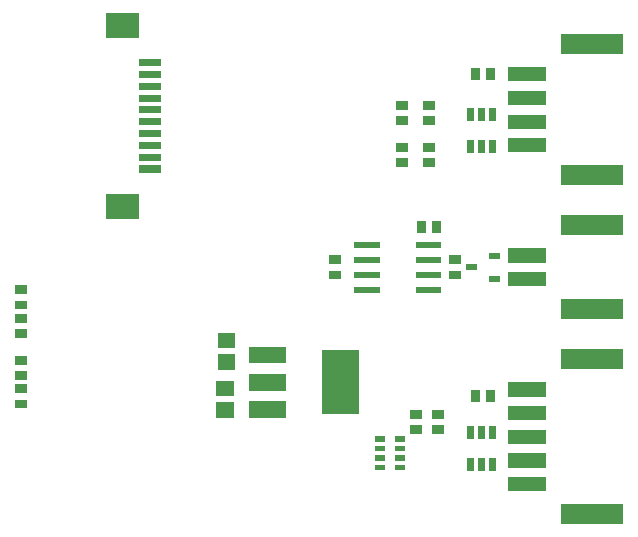
<source format=gbr>
G04 start of page 10 for group -4014 idx -4014 *
G04 Title: fet12connectors, bottompaste *
G04 Creator: pcb 20140316 *
G04 CreationDate: Thu 12 Apr 2018 02:27:47 AM GMT UTC *
G04 For: brian *
G04 Format: Gerber/RS-274X *
G04 PCB-Dimensions (mil): 6000.00 5000.00 *
G04 PCB-Coordinate-Origin: lower left *
%MOIN*%
%FSLAX25Y25*%
%LNBOTTOMPASTE*%
%ADD72R,0.0827X0.0827*%
%ADD71R,0.1220X0.1220*%
%ADD70R,0.0560X0.0560*%
%ADD69R,0.0512X0.0512*%
%ADD68R,0.0200X0.0200*%
%ADD67R,0.0189X0.0189*%
%ADD66R,0.0236X0.0236*%
%ADD65R,0.0295X0.0295*%
%ADD64R,0.0177X0.0177*%
%ADD63R,0.0669X0.0669*%
%ADD62R,0.0472X0.0472*%
G54D62*X352315Y259748D02*X360189D01*
X352315Y251874D02*X360189D01*
X352315Y244000D02*X360189D01*
X352315Y236126D02*X360189D01*
X352315Y228252D02*X360189D01*
G54D63*X370740Y218213D02*X384913D01*
X370740Y269787D02*X384913D01*
G54D64*X306268Y243224D02*X308039D01*
X312961D02*X314732D01*
X306268Y240075D02*X308039D01*
X312961D02*X314732D01*
X306268Y236925D02*X308039D01*
X312961D02*X314732D01*
X306268Y233776D02*X308039D01*
X312961D02*X314732D01*
G54D65*X326008Y251559D02*X326992D01*
X326008Y246441D02*X326992D01*
X338941Y257992D02*Y257008D01*
X344059Y257992D02*Y257008D01*
G54D66*X344740Y246299D02*Y244331D01*
X341000Y246299D02*Y244331D01*
X337260Y246299D02*Y244331D01*
Y235669D02*Y233701D01*
X341000Y235669D02*Y233701D01*
X344740Y235669D02*Y233701D01*
G54D62*X352315Y304437D02*X360189D01*
X352315Y296563D02*X360189D01*
G54D63*X370740Y286524D02*X384913D01*
X370740Y314476D02*X384913D01*
G54D65*X291508Y303059D02*X292492D01*
X291508Y297941D02*X292492D01*
X326059Y314492D02*Y313508D01*
X320941Y314492D02*Y313508D01*
X331508Y297941D02*X332492D01*
X331508Y303059D02*X332492D01*
G54D67*X344394Y296681D02*X346244D01*
X344394Y304319D02*X346244D01*
X336756Y300500D02*X338606D01*
G54D68*X299500Y293000D02*X306000D01*
X299500Y298000D02*X306000D01*
X299500Y303000D02*X306000D01*
X299500Y308000D02*X306000D01*
X320000D02*X326500D01*
X320000Y303000D02*X326500D01*
X320000Y298000D02*X326500D01*
X320000Y293000D02*X326500D01*
G54D66*X344740Y352299D02*Y350331D01*
X341000Y352299D02*Y350331D01*
X337260Y352299D02*Y350331D01*
Y341669D02*Y339701D01*
X341000Y341669D02*Y339701D01*
X344740Y341669D02*Y339701D01*
G54D65*X338941Y365492D02*Y364508D01*
X344059Y365492D02*Y364508D01*
X323008Y354559D02*X323992D01*
X323008Y349441D02*X323992D01*
X314008D02*X314992D01*
X314008Y354559D02*X314992D01*
G54D62*X352315Y364811D02*X360189D01*
X352315Y356937D02*X360189D01*
X352315Y349063D02*X360189D01*
X352315Y341189D02*X360189D01*
G54D63*X370740Y331150D02*X384913D01*
X370740Y374850D02*X384913D01*
G54D65*X314008Y335441D02*X314992D01*
X314008Y340559D02*X314992D01*
X323008Y335441D02*X323992D01*
X323008Y340559D02*X323992D01*
G54D69*X255607Y268957D02*X256393D01*
X255607Y276043D02*X256393D01*
X255107Y260043D02*X255893D01*
X255107Y252957D02*X255893D01*
G54D65*X187008Y264441D02*X187992D01*
X187008Y269559D02*X187992D01*
X187008Y260059D02*X187992D01*
X187008Y254941D02*X187992D01*
X187008Y287941D02*X187992D01*
X187008Y293059D02*X187992D01*
X187008Y283559D02*X187992D01*
X187008Y278441D02*X187992D01*
X318508Y251559D02*X319492D01*
X318508Y246441D02*X319492D01*
G54D70*X266300Y253200D02*X272900D01*
X266300Y262200D02*X272900D01*
X266300Y271300D02*X272900D01*
G54D71*X294000Y266700D02*Y257700D01*
G54D66*X227941Y333283D02*X233059D01*
X227941Y337220D02*X233059D01*
X227941Y341157D02*X233059D01*
X227941Y345094D02*X233059D01*
X227941Y349031D02*X233059D01*
X227941Y352969D02*X233059D01*
X227941Y356906D02*X233059D01*
X227941Y360843D02*X233059D01*
X227941Y364780D02*X233059D01*
X227941Y368717D02*X233059D01*
G54D72*X219870Y381118D02*X222626D01*
X219870Y320882D02*X222626D01*
M02*

</source>
